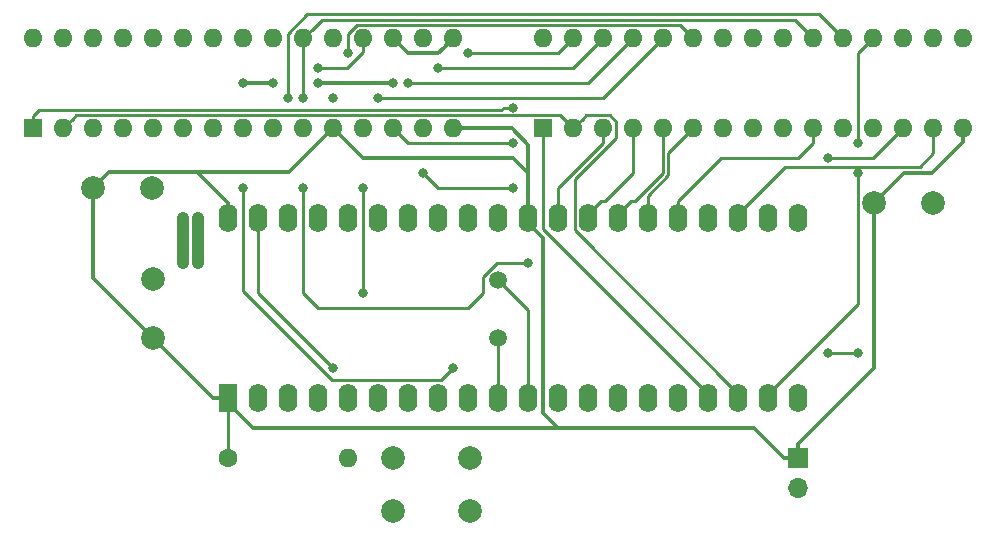
<source format=gbr>
G04 #@! TF.GenerationSoftware,KiCad,Pcbnew,5.1.4*
G04 #@! TF.CreationDate,2019-08-18T00:01:38-04:00*
G04 #@! TF.ProjectId,6500badge,36353030-6261-4646-9765-2e6b69636164,rev?*
G04 #@! TF.SameCoordinates,Original*
G04 #@! TF.FileFunction,Copper,L1,Top*
G04 #@! TF.FilePolarity,Positive*
%FSLAX46Y46*%
G04 Gerber Fmt 4.6, Leading zero omitted, Abs format (unit mm)*
G04 Created by KiCad (PCBNEW 5.1.4) date 2019-08-18 00:01:38*
%MOMM*%
%LPD*%
G04 APERTURE LIST*
%ADD10C,1.500000*%
%ADD11R,1.600000X1.600000*%
%ADD12O,1.600000X1.600000*%
%ADD13O,1.600000X2.400000*%
%ADD14R,1.600000X2.400000*%
%ADD15C,2.000000*%
%ADD16C,1.600000*%
%ADD17O,1.700000X1.700000*%
%ADD18R,1.700000X1.700000*%
%ADD19C,0.800000*%
%ADD20C,0.250000*%
%ADD21C,0.350000*%
%ADD22C,1.000000*%
G04 APERTURE END LIST*
D10*
X124460000Y-68760000D03*
X124460000Y-73660000D03*
D11*
X128270000Y-55880000D03*
D12*
X130810000Y-55880000D03*
X163830000Y-48260000D03*
X133350000Y-55880000D03*
X161290000Y-48260000D03*
X135890000Y-55880000D03*
X158750000Y-48260000D03*
X138430000Y-55880000D03*
X156210000Y-48260000D03*
X140970000Y-55880000D03*
X153670000Y-48260000D03*
X143510000Y-55880000D03*
X151130000Y-48260000D03*
X146050000Y-55880000D03*
X148590000Y-48260000D03*
X148590000Y-55880000D03*
X146050000Y-48260000D03*
X151130000Y-55880000D03*
X143510000Y-48260000D03*
X153670000Y-55880000D03*
X140970000Y-48260000D03*
X156210000Y-55880000D03*
X138430000Y-48260000D03*
X158750000Y-55880000D03*
X135890000Y-48260000D03*
X161290000Y-55880000D03*
X133350000Y-48260000D03*
X163830000Y-55880000D03*
X130810000Y-48260000D03*
X128270000Y-48260000D03*
D13*
X101600000Y-63500000D03*
X149860000Y-78740000D03*
X104140000Y-63500000D03*
X147320000Y-78740000D03*
X106680000Y-63500000D03*
X144780000Y-78740000D03*
X109220000Y-63500000D03*
X142240000Y-78740000D03*
X111760000Y-63500000D03*
X139700000Y-78740000D03*
X114300000Y-63500000D03*
X137160000Y-78740000D03*
X116840000Y-63500000D03*
X134620000Y-78740000D03*
X119380000Y-63500000D03*
X132080000Y-78740000D03*
X121920000Y-63500000D03*
X129540000Y-78740000D03*
X124460000Y-63500000D03*
X127000000Y-78740000D03*
X127000000Y-63500000D03*
X124460000Y-78740000D03*
X129540000Y-63500000D03*
X121920000Y-78740000D03*
X132080000Y-63500000D03*
X119380000Y-78740000D03*
X134620000Y-63500000D03*
X116840000Y-78740000D03*
X137160000Y-63500000D03*
X114300000Y-78740000D03*
X139700000Y-63500000D03*
X111760000Y-78740000D03*
X142240000Y-63500000D03*
X109220000Y-78740000D03*
X144780000Y-63500000D03*
X106680000Y-78740000D03*
X147320000Y-63500000D03*
X104140000Y-78740000D03*
X149860000Y-63500000D03*
D14*
X101600000Y-78740000D03*
D11*
X85090000Y-55880000D03*
D12*
X87630000Y-55880000D03*
X120650000Y-48260000D03*
X90170000Y-55880000D03*
X118110000Y-48260000D03*
X92710000Y-55880000D03*
X115570000Y-48260000D03*
X95250000Y-55880000D03*
X113030000Y-48260000D03*
X97790000Y-55880000D03*
X110490000Y-48260000D03*
X100330000Y-55880000D03*
X107950000Y-48260000D03*
X102870000Y-55880000D03*
X105410000Y-48260000D03*
X105410000Y-55880000D03*
X102870000Y-48260000D03*
X107950000Y-55880000D03*
X100330000Y-48260000D03*
X110490000Y-55880000D03*
X97790000Y-48260000D03*
X113030000Y-55880000D03*
X95250000Y-48260000D03*
X115570000Y-55880000D03*
X92710000Y-48260000D03*
X118110000Y-55880000D03*
X90170000Y-48260000D03*
X120650000Y-55880000D03*
X87630000Y-48260000D03*
X85090000Y-48260000D03*
D15*
X122070000Y-83820000D03*
X122070000Y-88320000D03*
X115570000Y-83820000D03*
X115570000Y-88320000D03*
D12*
X111760000Y-83820000D03*
D16*
X101600000Y-83820000D03*
D17*
X149860000Y-86360000D03*
D18*
X149860000Y-83820000D03*
D15*
X95170000Y-60960000D03*
X90170000Y-60960000D03*
X95250000Y-68660000D03*
X95250000Y-73660000D03*
X161290000Y-62230000D03*
X156290000Y-62230000D03*
D19*
X102870000Y-52070000D03*
X105410000Y-52070000D03*
X109220000Y-52070000D03*
X97790000Y-63500000D03*
X97790000Y-67310000D03*
X99060000Y-67310000D03*
X99060000Y-63500000D03*
X115570000Y-52070000D03*
X107950000Y-53340000D03*
X125738258Y-54176771D03*
X152400000Y-58420000D03*
X110490000Y-76200000D03*
X125730000Y-57150000D03*
X109220000Y-50800000D03*
X102870000Y-60960000D03*
X120650000Y-76200000D03*
X154940000Y-59690000D03*
X154940000Y-57150000D03*
X106680000Y-53340000D03*
X110490000Y-53340000D03*
X111760000Y-49530000D03*
X114300000Y-53340000D03*
X116840000Y-52070000D03*
X119380000Y-50800000D03*
X121920000Y-49530000D03*
X107950000Y-60960000D03*
X127000000Y-67310000D03*
X125730000Y-60960000D03*
X118110000Y-59690000D03*
X113030000Y-60960000D03*
X113030000Y-69850000D03*
X152400000Y-74930000D03*
X154940000Y-74930000D03*
D20*
X105410000Y-52070000D02*
X105410000Y-52070000D01*
D21*
X119380000Y-49530000D02*
X119850001Y-49059999D01*
X116840000Y-49530000D02*
X119380000Y-49530000D01*
X119850001Y-49059999D02*
X120650000Y-48260000D01*
X115570000Y-48260000D02*
X116840000Y-49530000D01*
X115570000Y-52070000D02*
X109220000Y-52070000D01*
X105410000Y-52070000D02*
X102870000Y-52070000D01*
D22*
X97790000Y-67310000D02*
X97790000Y-63500000D01*
X99060000Y-63500000D02*
X99060000Y-67310000D01*
D20*
X101600000Y-78740000D02*
X101600000Y-83820000D01*
D21*
X156290000Y-63644213D02*
X156290000Y-62230000D01*
X156290000Y-76190000D02*
X156290000Y-63644213D01*
X149860000Y-82620000D02*
X156290000Y-76190000D01*
X149860000Y-83820000D02*
X149860000Y-82620000D01*
X148660000Y-83820000D02*
X146120000Y-81280000D01*
X149860000Y-83820000D02*
X148660000Y-83820000D01*
X103740000Y-81280000D02*
X101600000Y-79140000D01*
X101600000Y-79140000D02*
X101600000Y-78740000D01*
X127000000Y-63900000D02*
X128270000Y-65170000D01*
X127000000Y-63500000D02*
X127000000Y-63900000D01*
X128270000Y-80010000D02*
X129540000Y-81280000D01*
X128270000Y-65170000D02*
X128270000Y-80010000D01*
X146120000Y-81280000D02*
X129540000Y-81280000D01*
X129540000Y-81280000D02*
X103740000Y-81280000D01*
X100330000Y-78740000D02*
X95250000Y-73660000D01*
X101600000Y-78740000D02*
X100330000Y-78740000D01*
X90170000Y-68580000D02*
X90170000Y-60960000D01*
X95250000Y-73660000D02*
X90170000Y-68580000D01*
D20*
X101600000Y-63500000D02*
X101600000Y-63100000D01*
D21*
X91545001Y-59584999D02*
X98954999Y-59584999D01*
X90170000Y-60960000D02*
X91545001Y-59584999D01*
X98954999Y-59584999D02*
X101600000Y-62230000D01*
X101600000Y-62230000D02*
X101600000Y-63500000D01*
X106785001Y-59584999D02*
X110490000Y-55880000D01*
X98954999Y-59584999D02*
X106785001Y-59584999D01*
X113030000Y-58420000D02*
X110490000Y-55880000D01*
X127000000Y-63500000D02*
X127000000Y-59690000D01*
X125730000Y-58420000D02*
X113030000Y-58420000D01*
X127000000Y-59690000D02*
X125730000Y-58420000D01*
X121781370Y-55880000D02*
X120650000Y-55880000D01*
X125607002Y-55880000D02*
X121781370Y-55880000D01*
X127000000Y-57272998D02*
X125607002Y-55880000D01*
X127000000Y-59690000D02*
X127000000Y-57272998D01*
X156290000Y-62230000D02*
X158830000Y-59690000D01*
X161151370Y-59690000D02*
X163830000Y-57011370D01*
X163830000Y-57011370D02*
X163830000Y-55880000D01*
X158830000Y-59690000D02*
X161151370Y-59690000D01*
D20*
X104140000Y-63500000D02*
X104140000Y-69850000D01*
X104140000Y-69850000D02*
X110490000Y-76200000D01*
X110490000Y-76200000D02*
X110490000Y-76200000D01*
X158750000Y-55880000D02*
X156210000Y-58420000D01*
X116840000Y-57150000D02*
X115570000Y-55880000D01*
X125730000Y-57150000D02*
X116840000Y-57150000D01*
X156210000Y-58420000D02*
X152400000Y-58420000D01*
X113030000Y-49391370D02*
X111621370Y-50800000D01*
X113030000Y-48260000D02*
X113030000Y-49391370D01*
X111621370Y-50800000D02*
X109220000Y-50800000D01*
X109220000Y-50800000D02*
X109220000Y-50800000D01*
X110431988Y-77214990D02*
X119635010Y-77214990D01*
X102870000Y-60960000D02*
X102870000Y-69653002D01*
X102870000Y-69653002D02*
X110431988Y-77214990D01*
X119635010Y-77214990D02*
X120650000Y-76200000D01*
X120650000Y-76200000D02*
X120650000Y-76200000D01*
X154940000Y-70720000D02*
X154940000Y-60255685D01*
X147320000Y-78740000D02*
X147320000Y-78340000D01*
X147320000Y-78340000D02*
X154940000Y-70720000D01*
X154940000Y-60255685D02*
X154940000Y-59690000D01*
X154940000Y-49530000D02*
X156210000Y-48260000D01*
X154940000Y-57150000D02*
X154940000Y-49530000D01*
X106680000Y-52774315D02*
X106680000Y-53340000D01*
X106680000Y-47864998D02*
X106680000Y-52774315D01*
X108310018Y-46234980D02*
X106680000Y-47864998D01*
X151644980Y-46234980D02*
X108310018Y-46234980D01*
X153670000Y-48260000D02*
X151644980Y-46234980D01*
X131609999Y-55080001D02*
X130810000Y-55880000D01*
X131935001Y-54754999D02*
X131609999Y-55080001D01*
X133890001Y-54754999D02*
X131935001Y-54754999D01*
X134475001Y-55339999D02*
X133890001Y-54754999D01*
X134475001Y-56661409D02*
X134475001Y-55339999D01*
X130954990Y-60181420D02*
X134475001Y-56661409D01*
X130954990Y-64514990D02*
X130954990Y-60181420D01*
X144780000Y-78340000D02*
X130954990Y-64514990D01*
X144780000Y-78740000D02*
X144780000Y-78340000D01*
X88429999Y-55080001D02*
X87630000Y-55880000D01*
X88755001Y-54754999D02*
X88429999Y-55080001D01*
X129684999Y-54754999D02*
X88755001Y-54754999D01*
X130810000Y-55880000D02*
X129684999Y-54754999D01*
X108749999Y-47460001D02*
X107950000Y-48260000D01*
X109525011Y-46684989D02*
X108749999Y-47460001D01*
X149554989Y-46684989D02*
X109525011Y-46684989D01*
X151130000Y-48260000D02*
X149554989Y-46684989D01*
X107950000Y-53340000D02*
X107950000Y-48260000D01*
X128270000Y-56930000D02*
X128270000Y-55880000D01*
X128270000Y-64370000D02*
X128270000Y-56930000D01*
X142240000Y-78340000D02*
X128270000Y-64370000D01*
X142240000Y-78740000D02*
X142240000Y-78340000D01*
X85090000Y-54830000D02*
X85090000Y-55880000D01*
X85615011Y-54304989D02*
X85090000Y-54830000D01*
X124765011Y-54304989D02*
X85615011Y-54304989D01*
X124893229Y-54176771D02*
X124765011Y-54304989D01*
X125738258Y-54176771D02*
X124893229Y-54176771D01*
X111760000Y-47864998D02*
X111760000Y-48964315D01*
X112489999Y-47134999D02*
X111760000Y-47864998D01*
X140970000Y-48260000D02*
X139844999Y-47134999D01*
X139844999Y-47134999D02*
X112489999Y-47134999D01*
X111760000Y-48964315D02*
X111760000Y-49530000D01*
X133350000Y-53340000D02*
X114300000Y-53340000D01*
X138430000Y-48260000D02*
X133350000Y-53340000D01*
X132080000Y-52070000D02*
X116840000Y-52070000D01*
X135890000Y-48260000D02*
X132080000Y-52070000D01*
X130810000Y-50800000D02*
X119380000Y-50800000D01*
X133350000Y-48260000D02*
X130810000Y-50800000D01*
X129540000Y-49530000D02*
X121920000Y-49530000D01*
X130810000Y-48260000D02*
X129540000Y-49530000D01*
X127000000Y-71300000D02*
X124460000Y-68760000D01*
X127000000Y-78740000D02*
X127000000Y-71300000D01*
X124460000Y-73660000D02*
X124460000Y-78740000D01*
X133350000Y-57150000D02*
X133350000Y-55880000D01*
X129540000Y-63500000D02*
X129540000Y-60960000D01*
X129540000Y-60960000D02*
X133350000Y-57150000D01*
X132080000Y-63100000D02*
X132080000Y-63500000D01*
X133130000Y-62050000D02*
X132080000Y-63100000D01*
X133530000Y-62050000D02*
X133130000Y-62050000D01*
X135890000Y-59690000D02*
X133530000Y-62050000D01*
X135890000Y-55880000D02*
X135890000Y-59690000D01*
X135670000Y-62050000D02*
X134620000Y-63100000D01*
X136070000Y-62050000D02*
X135670000Y-62050000D01*
X134620000Y-63100000D02*
X134620000Y-63500000D01*
X138430000Y-59690000D02*
X136070000Y-62050000D01*
X138430000Y-55880000D02*
X138430000Y-59690000D01*
X137160000Y-63100000D02*
X137160000Y-63500000D01*
X140970000Y-55880000D02*
X138880010Y-57969990D01*
X138880010Y-57969990D02*
X138880009Y-59876401D01*
X137160000Y-61596410D02*
X137160000Y-63500000D01*
X138880009Y-59876401D02*
X137160000Y-61596410D01*
X149860000Y-58420000D02*
X143330000Y-58420000D01*
X151130000Y-55880000D02*
X151130000Y-57150000D01*
X143330000Y-58420000D02*
X139700000Y-62050000D01*
X151130000Y-57150000D02*
X149860000Y-58420000D01*
X139700000Y-62050000D02*
X139700000Y-63500000D01*
X107950000Y-60960000D02*
X107950000Y-64221004D01*
X127000000Y-67310000D02*
X127000000Y-67310000D01*
X124318998Y-67310000D02*
X123190000Y-68438998D01*
X127000000Y-67310000D02*
X124318998Y-67310000D01*
X123190000Y-68438998D02*
X123190000Y-69850000D01*
X123190000Y-69850000D02*
X121920000Y-71120000D01*
X121920000Y-71120000D02*
X109220000Y-71120000D01*
X107950000Y-69850000D02*
X107950000Y-64221004D01*
X109220000Y-71120000D02*
X107950000Y-69850000D01*
X125730000Y-60960000D02*
X119380000Y-60960000D01*
X119380000Y-60960000D02*
X118110000Y-59690000D01*
X118110000Y-59690000D02*
X118110000Y-59690000D01*
X161290000Y-55880000D02*
X161290000Y-57978288D01*
X161290000Y-57978288D02*
X160138325Y-59129963D01*
X144780000Y-63100000D02*
X144780000Y-63500000D01*
X148750037Y-59129963D02*
X144780000Y-63100000D01*
X160138325Y-59129963D02*
X148750037Y-59129963D01*
X113030000Y-60960000D02*
X113030000Y-64221004D01*
X113030000Y-64221004D02*
X113030000Y-69850000D01*
X113030000Y-69850000D02*
X113030000Y-69850000D01*
X152400000Y-74930000D02*
X154940000Y-74930000D01*
X154940000Y-74930000D02*
X154940000Y-74930000D01*
M02*

</source>
